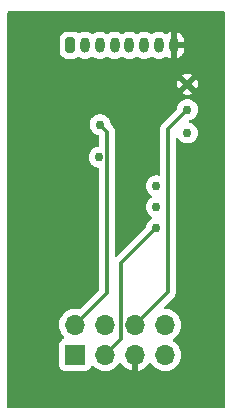
<source format=gbr>
%TF.GenerationSoftware,KiCad,Pcbnew,(6.0.7)*%
%TF.CreationDate,2023-06-01T17:44:57-07:00*%
%TF.ProjectId,connector_board,636f6e6e-6563-4746-9f72-5f626f617264,rev?*%
%TF.SameCoordinates,Original*%
%TF.FileFunction,Copper,L2,Bot*%
%TF.FilePolarity,Positive*%
%FSLAX46Y46*%
G04 Gerber Fmt 4.6, Leading zero omitted, Abs format (unit mm)*
G04 Created by KiCad (PCBNEW (6.0.7)) date 2023-06-01 17:44:57*
%MOMM*%
%LPD*%
G01*
G04 APERTURE LIST*
G04 Aperture macros list*
%AMRoundRect*
0 Rectangle with rounded corners*
0 $1 Rounding radius*
0 $2 $3 $4 $5 $6 $7 $8 $9 X,Y pos of 4 corners*
0 Add a 4 corners polygon primitive as box body*
4,1,4,$2,$3,$4,$5,$6,$7,$8,$9,$2,$3,0*
0 Add four circle primitives for the rounded corners*
1,1,$1+$1,$2,$3*
1,1,$1+$1,$4,$5*
1,1,$1+$1,$6,$7*
1,1,$1+$1,$8,$9*
0 Add four rect primitives between the rounded corners*
20,1,$1+$1,$2,$3,$4,$5,0*
20,1,$1+$1,$4,$5,$6,$7,0*
20,1,$1+$1,$6,$7,$8,$9,0*
20,1,$1+$1,$8,$9,$2,$3,0*%
G04 Aperture macros list end*
%TA.AperFunction,ComponentPad*%
%ADD10RoundRect,0.200000X-0.200000X-0.450000X0.200000X-0.450000X0.200000X0.450000X-0.200000X0.450000X0*%
%TD*%
%TA.AperFunction,ComponentPad*%
%ADD11O,0.800000X1.300000*%
%TD*%
%TA.AperFunction,ComponentPad*%
%ADD12C,0.762000*%
%TD*%
%TA.AperFunction,ComponentPad*%
%ADD13R,1.700000X1.700000*%
%TD*%
%TA.AperFunction,ComponentPad*%
%ADD14O,1.700000X1.700000*%
%TD*%
%TA.AperFunction,Conductor*%
%ADD15C,0.304800*%
%TD*%
G04 APERTURE END LIST*
D10*
%TO.P,J1,1,Pin_1*%
%TO.N,+EXT_BAT*%
X85979000Y-53975000D03*
D11*
%TO.P,J1,2,Pin_2*%
%TO.N,/HARD_RESET*%
X87229000Y-53975000D03*
%TO.P,J1,3,Pin_3*%
%TO.N,/3WB_DATA*%
X88479000Y-53975000D03*
%TO.P,J1,4,Pin_4*%
%TO.N,/3WB_ENB*%
X89729000Y-53975000D03*
%TO.P,J1,5,Pin_5*%
%TO.N,/3WB_CLK*%
X90979000Y-53975000D03*
%TO.P,J1,6,Pin_6*%
%TO.N,/RsRx*%
X92229000Y-53975000D03*
%TO.P,J1,7,Pin_7*%
%TO.N,/RsTx*%
X93479000Y-53975000D03*
%TO.P,J1,8,Pin_8*%
%TO.N,GND*%
X94729000Y-53975000D03*
%TD*%
D12*
%TO.P,TP7,1,1*%
%TO.N,/RsTx*%
X95885000Y-59436000D03*
%TD*%
%TO.P,TP5,1,1*%
%TO.N,/3WB_CLK*%
X93250000Y-65891000D03*
%TD*%
%TO.P,TP6,1,1*%
%TO.N,/RsRx*%
X95885000Y-61404000D03*
%TD*%
%TO.P,TP8,1,1*%
%TO.N,GND*%
X95885000Y-57277000D03*
%TD*%
D13*
%TO.P,J2,1,Pin_1*%
%TO.N,+EXT_BAT*%
X86380000Y-80200000D03*
D14*
%TO.P,J2,2,Pin_2*%
%TO.N,/HARD_RESET*%
X86380000Y-77660000D03*
%TO.P,J2,3,Pin_3*%
%TO.N,/3WB_DATA*%
X88920000Y-80200000D03*
%TO.P,J2,4,Pin_4*%
%TO.N,/3WB_ENB*%
X88920000Y-77660000D03*
%TO.P,J2,5,Pin_5*%
%TO.N,GND*%
X91460000Y-80200000D03*
%TO.P,J2,6,Pin_6*%
%TO.N,/RsTx*%
X91460000Y-77660000D03*
%TO.P,J2,7,Pin_7*%
%TO.N,/RsRx*%
X94000000Y-80200000D03*
%TO.P,J2,8,Pin_8*%
%TO.N,/3WB_CLK*%
X94000000Y-77660000D03*
%TD*%
D12*
%TO.P,TP3,1,1*%
%TO.N,/3WB_DATA*%
X93250000Y-69491000D03*
%TD*%
%TO.P,TP1,1,1*%
%TO.N,+EXT_BAT*%
X88426000Y-63471000D03*
%TD*%
%TO.P,TP4,1,1*%
%TO.N,/3WB_ENB*%
X93250000Y-67691000D03*
%TD*%
%TO.P,TP2,1,1*%
%TO.N,/HARD_RESET*%
X88496000Y-60699000D03*
%TD*%
D15*
%TO.N,/3WB_DATA*%
X90297000Y-78823000D02*
X88920000Y-80200000D01*
X90297000Y-72444000D02*
X90297000Y-78823000D01*
X93250000Y-69491000D02*
X90297000Y-72444000D01*
%TO.N,/RsTx*%
X94234000Y-61087000D02*
X94234000Y-74886000D01*
X95885000Y-59436000D02*
X94234000Y-61087000D01*
X94234000Y-74886000D02*
X91460000Y-77660000D01*
%TO.N,/HARD_RESET*%
X88496000Y-60699000D02*
X89086400Y-61289400D01*
X89086400Y-61289400D02*
X89086400Y-74953600D01*
X89086400Y-74953600D02*
X86380000Y-77660000D01*
%TD*%
%TA.AperFunction,Conductor*%
%TO.N,GND*%
G36*
X99033621Y-51128502D02*
G01*
X99080114Y-51182158D01*
X99091500Y-51234500D01*
X99091500Y-84582500D01*
X99071498Y-84650621D01*
X99017842Y-84697114D01*
X98965500Y-84708500D01*
X80771500Y-84708500D01*
X80703379Y-84688498D01*
X80656886Y-84634842D01*
X80645500Y-84582500D01*
X80645500Y-77626695D01*
X85017251Y-77626695D01*
X85017548Y-77631848D01*
X85017548Y-77631851D01*
X85023011Y-77726590D01*
X85030110Y-77849715D01*
X85031247Y-77854761D01*
X85031248Y-77854767D01*
X85051119Y-77942939D01*
X85079222Y-78067639D01*
X85163266Y-78274616D01*
X85214019Y-78357438D01*
X85277291Y-78460688D01*
X85279987Y-78465088D01*
X85426250Y-78633938D01*
X85430230Y-78637242D01*
X85434981Y-78641187D01*
X85474616Y-78700090D01*
X85476113Y-78771071D01*
X85438997Y-78831593D01*
X85398725Y-78856112D01*
X85310095Y-78889338D01*
X85283295Y-78899385D01*
X85166739Y-78986739D01*
X85079385Y-79103295D01*
X85028255Y-79239684D01*
X85021500Y-79301866D01*
X85021500Y-81098134D01*
X85028255Y-81160316D01*
X85079385Y-81296705D01*
X85166739Y-81413261D01*
X85283295Y-81500615D01*
X85419684Y-81551745D01*
X85481866Y-81558500D01*
X87278134Y-81558500D01*
X87340316Y-81551745D01*
X87476705Y-81500615D01*
X87593261Y-81413261D01*
X87680615Y-81296705D01*
X87702799Y-81237529D01*
X87724598Y-81179382D01*
X87767240Y-81122618D01*
X87833802Y-81097918D01*
X87903150Y-81113126D01*
X87937817Y-81141114D01*
X87966250Y-81173938D01*
X88138126Y-81316632D01*
X88331000Y-81429338D01*
X88539692Y-81509030D01*
X88544760Y-81510061D01*
X88544763Y-81510062D01*
X88639862Y-81529410D01*
X88758597Y-81553567D01*
X88763772Y-81553757D01*
X88763774Y-81553757D01*
X88976673Y-81561564D01*
X88976677Y-81561564D01*
X88981837Y-81561753D01*
X88986957Y-81561097D01*
X88986959Y-81561097D01*
X89198288Y-81534025D01*
X89198289Y-81534025D01*
X89203416Y-81533368D01*
X89208366Y-81531883D01*
X89412429Y-81470661D01*
X89412434Y-81470659D01*
X89417384Y-81469174D01*
X89617994Y-81370896D01*
X89799860Y-81241173D01*
X89958096Y-81083489D01*
X90088453Y-80902077D01*
X90089640Y-80902930D01*
X90136960Y-80859362D01*
X90206897Y-80847145D01*
X90272338Y-80874678D01*
X90300166Y-80906511D01*
X90357694Y-81000388D01*
X90363777Y-81008699D01*
X90503213Y-81169667D01*
X90510580Y-81176883D01*
X90674434Y-81312916D01*
X90682881Y-81318831D01*
X90866756Y-81426279D01*
X90876042Y-81430729D01*
X91075001Y-81506703D01*
X91084899Y-81509579D01*
X91188250Y-81530606D01*
X91202299Y-81529410D01*
X91206000Y-81519065D01*
X91206000Y-80072000D01*
X91226002Y-80003879D01*
X91279658Y-79957386D01*
X91332000Y-79946000D01*
X91588000Y-79946000D01*
X91656121Y-79966002D01*
X91702614Y-80019658D01*
X91714000Y-80072000D01*
X91714000Y-81518517D01*
X91718064Y-81532359D01*
X91731478Y-81534393D01*
X91738184Y-81533534D01*
X91748262Y-81531392D01*
X91952255Y-81470191D01*
X91961842Y-81466433D01*
X92153095Y-81372739D01*
X92161945Y-81367464D01*
X92335328Y-81243792D01*
X92343200Y-81237139D01*
X92494052Y-81086812D01*
X92500730Y-81078965D01*
X92628022Y-80901819D01*
X92629279Y-80902722D01*
X92676373Y-80859362D01*
X92746311Y-80847145D01*
X92811751Y-80874678D01*
X92839579Y-80906511D01*
X92899987Y-81005088D01*
X93046250Y-81173938D01*
X93218126Y-81316632D01*
X93411000Y-81429338D01*
X93619692Y-81509030D01*
X93624760Y-81510061D01*
X93624763Y-81510062D01*
X93719862Y-81529410D01*
X93838597Y-81553567D01*
X93843772Y-81553757D01*
X93843774Y-81553757D01*
X94056673Y-81561564D01*
X94056677Y-81561564D01*
X94061837Y-81561753D01*
X94066957Y-81561097D01*
X94066959Y-81561097D01*
X94278288Y-81534025D01*
X94278289Y-81534025D01*
X94283416Y-81533368D01*
X94288366Y-81531883D01*
X94492429Y-81470661D01*
X94492434Y-81470659D01*
X94497384Y-81469174D01*
X94697994Y-81370896D01*
X94879860Y-81241173D01*
X95038096Y-81083489D01*
X95168453Y-80902077D01*
X95181995Y-80874678D01*
X95265136Y-80706453D01*
X95265137Y-80706451D01*
X95267430Y-80701811D01*
X95332370Y-80488069D01*
X95361529Y-80266590D01*
X95363156Y-80200000D01*
X95344852Y-79977361D01*
X95290431Y-79760702D01*
X95201354Y-79555840D01*
X95080014Y-79368277D01*
X94929670Y-79203051D01*
X94925619Y-79199852D01*
X94925615Y-79199848D01*
X94758414Y-79067800D01*
X94758410Y-79067798D01*
X94754359Y-79064598D01*
X94713053Y-79041796D01*
X94663084Y-78991364D01*
X94648312Y-78921921D01*
X94673428Y-78855516D01*
X94700780Y-78828909D01*
X94744603Y-78797650D01*
X94879860Y-78701173D01*
X95038096Y-78543489D01*
X95097594Y-78460689D01*
X95165435Y-78366277D01*
X95168453Y-78362077D01*
X95189320Y-78319857D01*
X95265136Y-78166453D01*
X95265137Y-78166451D01*
X95267430Y-78161811D01*
X95332370Y-77948069D01*
X95361529Y-77726590D01*
X95363156Y-77660000D01*
X95344852Y-77437361D01*
X95290431Y-77220702D01*
X95201354Y-77015840D01*
X95080014Y-76828277D01*
X94929670Y-76663051D01*
X94925619Y-76659852D01*
X94925615Y-76659848D01*
X94758414Y-76527800D01*
X94758410Y-76527798D01*
X94754359Y-76524598D01*
X94558789Y-76416638D01*
X94553920Y-76414914D01*
X94553916Y-76414912D01*
X94353087Y-76343795D01*
X94353083Y-76343794D01*
X94348212Y-76342069D01*
X94343119Y-76341162D01*
X94343116Y-76341161D01*
X94133373Y-76303800D01*
X94133367Y-76303799D01*
X94128284Y-76302894D01*
X94105298Y-76302613D01*
X94055293Y-76302002D01*
X93987422Y-76281169D01*
X93941588Y-76226949D01*
X93932344Y-76156557D01*
X93962624Y-76092341D01*
X93967738Y-76086916D01*
X94682047Y-75372607D01*
X94688313Y-75366753D01*
X94723027Y-75336470D01*
X94728752Y-75331476D01*
X94733117Y-75325265D01*
X94733120Y-75325262D01*
X94762897Y-75282893D01*
X94766830Y-75277598D01*
X94767182Y-75277149D01*
X94803462Y-75230879D01*
X94806589Y-75223954D01*
X94810330Y-75217777D01*
X94812942Y-75213198D01*
X94816362Y-75206820D01*
X94820731Y-75200603D01*
X94842297Y-75145289D01*
X94844850Y-75139214D01*
X94866163Y-75092011D01*
X94869289Y-75085088D01*
X94870674Y-75077616D01*
X94872827Y-75070745D01*
X94874290Y-75065609D01*
X94876078Y-75058645D01*
X94878838Y-75051566D01*
X94886587Y-74992700D01*
X94887618Y-74986189D01*
X94897056Y-74935268D01*
X94898440Y-74927803D01*
X94895109Y-74870032D01*
X94894900Y-74862780D01*
X94894900Y-61938335D01*
X94914902Y-61870214D01*
X94968558Y-61823721D01*
X95038832Y-61813617D01*
X95103412Y-61843111D01*
X95130019Y-61875335D01*
X95158112Y-61923995D01*
X95158115Y-61923999D01*
X95161415Y-61929715D01*
X95286530Y-62068669D01*
X95437800Y-62178573D01*
X95443828Y-62181257D01*
X95443830Y-62181258D01*
X95602584Y-62251940D01*
X95608615Y-62254625D01*
X95700063Y-62274063D01*
X95785053Y-62292128D01*
X95785057Y-62292128D01*
X95791510Y-62293500D01*
X95978490Y-62293500D01*
X95984943Y-62292128D01*
X95984947Y-62292128D01*
X96069937Y-62274063D01*
X96161385Y-62254625D01*
X96167416Y-62251940D01*
X96326170Y-62181258D01*
X96326172Y-62181257D01*
X96332200Y-62178573D01*
X96483470Y-62068669D01*
X96608585Y-61929715D01*
X96658586Y-61843111D01*
X96698771Y-61773508D01*
X96698772Y-61773507D01*
X96702075Y-61767785D01*
X96726139Y-61693722D01*
X96757815Y-61596235D01*
X96757815Y-61596234D01*
X96759855Y-61589956D01*
X96772088Y-61473573D01*
X96778710Y-61410565D01*
X96779400Y-61404000D01*
X96759855Y-61218044D01*
X96702075Y-61040215D01*
X96620017Y-60898085D01*
X96611888Y-60884006D01*
X96608585Y-60878285D01*
X96483470Y-60739331D01*
X96348850Y-60641524D01*
X96337542Y-60633308D01*
X96337541Y-60633307D01*
X96332200Y-60629427D01*
X96326172Y-60626743D01*
X96326170Y-60626742D01*
X96167416Y-60556060D01*
X96167414Y-60556060D01*
X96161385Y-60553375D01*
X96113736Y-60543247D01*
X96051263Y-60509519D01*
X96016941Y-60447369D01*
X96021669Y-60376530D01*
X96063945Y-60319493D01*
X96113736Y-60296753D01*
X96116349Y-60296198D01*
X96161385Y-60286625D01*
X96167416Y-60283940D01*
X96326170Y-60213258D01*
X96326172Y-60213257D01*
X96332200Y-60210573D01*
X96483470Y-60100669D01*
X96538787Y-60039234D01*
X96604166Y-59966623D01*
X96604167Y-59966622D01*
X96608585Y-59961715D01*
X96631663Y-59921742D01*
X96698771Y-59805508D01*
X96698772Y-59805507D01*
X96702075Y-59799785D01*
X96759855Y-59621956D01*
X96779400Y-59436000D01*
X96759855Y-59250044D01*
X96702075Y-59072215D01*
X96608585Y-58910285D01*
X96483470Y-58771331D01*
X96332200Y-58661427D01*
X96326172Y-58658743D01*
X96326170Y-58658742D01*
X96167416Y-58588060D01*
X96167414Y-58588060D01*
X96161385Y-58585375D01*
X96069937Y-58565937D01*
X95984947Y-58547872D01*
X95984943Y-58547872D01*
X95978490Y-58546500D01*
X95791510Y-58546500D01*
X95785057Y-58547872D01*
X95785053Y-58547872D01*
X95700063Y-58565937D01*
X95608615Y-58585375D01*
X95602586Y-58588060D01*
X95602584Y-58588060D01*
X95443830Y-58658742D01*
X95443828Y-58658743D01*
X95437800Y-58661427D01*
X95286530Y-58771331D01*
X95161415Y-58910285D01*
X95067925Y-59072215D01*
X95010145Y-59250044D01*
X95009455Y-59256608D01*
X95009455Y-59256609D01*
X94999992Y-59346645D01*
X94972979Y-59412302D01*
X94963777Y-59422570D01*
X93785961Y-60600386D01*
X93779696Y-60606239D01*
X93739248Y-60641524D01*
X93708292Y-60685570D01*
X93705109Y-60690099D01*
X93701177Y-60695393D01*
X93664537Y-60742121D01*
X93661411Y-60749045D01*
X93657698Y-60755176D01*
X93655062Y-60759796D01*
X93651640Y-60766178D01*
X93647269Y-60772397D01*
X93644509Y-60779476D01*
X93625702Y-60827713D01*
X93623146Y-60833792D01*
X93598711Y-60887912D01*
X93597325Y-60895388D01*
X93595170Y-60902266D01*
X93593710Y-60907391D01*
X93591922Y-60914355D01*
X93589162Y-60921434D01*
X93588170Y-60928966D01*
X93588170Y-60928968D01*
X93581414Y-60980292D01*
X93580384Y-60986798D01*
X93569560Y-61045197D01*
X93569997Y-61052777D01*
X93569997Y-61052778D01*
X93572891Y-61102967D01*
X93573100Y-61110220D01*
X93573100Y-64894707D01*
X93553098Y-64962828D01*
X93499442Y-65009321D01*
X93429168Y-65019425D01*
X93420904Y-65017954D01*
X93361004Y-65005223D01*
X93343490Y-65001500D01*
X93156510Y-65001500D01*
X93150057Y-65002872D01*
X93150053Y-65002872D01*
X93079099Y-65017954D01*
X92973615Y-65040375D01*
X92967586Y-65043060D01*
X92967584Y-65043060D01*
X92808830Y-65113742D01*
X92808828Y-65113743D01*
X92802800Y-65116427D01*
X92651530Y-65226331D01*
X92526415Y-65365285D01*
X92432925Y-65527215D01*
X92375145Y-65705044D01*
X92355600Y-65891000D01*
X92375145Y-66076956D01*
X92432925Y-66254785D01*
X92526415Y-66416715D01*
X92651530Y-66555669D01*
X92802800Y-66665573D01*
X92808828Y-66668257D01*
X92808830Y-66668258D01*
X92825979Y-66675893D01*
X92880075Y-66721873D01*
X92900724Y-66789801D01*
X92881372Y-66858109D01*
X92825979Y-66906107D01*
X92808830Y-66913742D01*
X92808828Y-66913743D01*
X92802800Y-66916427D01*
X92651530Y-67026331D01*
X92526415Y-67165285D01*
X92432925Y-67327215D01*
X92375145Y-67505044D01*
X92355600Y-67691000D01*
X92375145Y-67876956D01*
X92432925Y-68054785D01*
X92526415Y-68216715D01*
X92651530Y-68355669D01*
X92802800Y-68465573D01*
X92808828Y-68468257D01*
X92808830Y-68468258D01*
X92825979Y-68475893D01*
X92880075Y-68521873D01*
X92900724Y-68589801D01*
X92881372Y-68658109D01*
X92825979Y-68706107D01*
X92808830Y-68713742D01*
X92808828Y-68713743D01*
X92802800Y-68716427D01*
X92651530Y-68826331D01*
X92526415Y-68965285D01*
X92432925Y-69127215D01*
X92375145Y-69305044D01*
X92374455Y-69311609D01*
X92364992Y-69401645D01*
X92337979Y-69467302D01*
X92328777Y-69477570D01*
X89962395Y-71843952D01*
X89900083Y-71877978D01*
X89829268Y-71872913D01*
X89772432Y-71830366D01*
X89747621Y-71763846D01*
X89747300Y-71754857D01*
X89747300Y-61316667D01*
X89747592Y-61308097D01*
X89750726Y-61262133D01*
X89750726Y-61262129D01*
X89751242Y-61254557D01*
X89741030Y-61196047D01*
X89740073Y-61189567D01*
X89732937Y-61130595D01*
X89730251Y-61123487D01*
X89728535Y-61116501D01*
X89727133Y-61111375D01*
X89725047Y-61104465D01*
X89723740Y-61096977D01*
X89708730Y-61062785D01*
X89699880Y-61042623D01*
X89697387Y-61036515D01*
X89679078Y-60988062D01*
X89676394Y-60980959D01*
X89672093Y-60974701D01*
X89668785Y-60968373D01*
X89666132Y-60963608D01*
X89662495Y-60957459D01*
X89659442Y-60950504D01*
X89623289Y-60903389D01*
X89619436Y-60898085D01*
X89590094Y-60855392D01*
X89590092Y-60855389D01*
X89585789Y-60849129D01*
X89542571Y-60810623D01*
X89537296Y-60805643D01*
X89417223Y-60685570D01*
X89383197Y-60623258D01*
X89381008Y-60609645D01*
X89371545Y-60519609D01*
X89371545Y-60519608D01*
X89370855Y-60513044D01*
X89313075Y-60335215D01*
X89283472Y-60283940D01*
X89222888Y-60179006D01*
X89219585Y-60173285D01*
X89154201Y-60100669D01*
X89098885Y-60039234D01*
X89098883Y-60039233D01*
X89094470Y-60034331D01*
X88943200Y-59924427D01*
X88937172Y-59921743D01*
X88937170Y-59921742D01*
X88778416Y-59851060D01*
X88778414Y-59851060D01*
X88772385Y-59848375D01*
X88680938Y-59828938D01*
X88595947Y-59810872D01*
X88595943Y-59810872D01*
X88589490Y-59809500D01*
X88402510Y-59809500D01*
X88396057Y-59810872D01*
X88396053Y-59810872D01*
X88311062Y-59828938D01*
X88219615Y-59848375D01*
X88213586Y-59851060D01*
X88213584Y-59851060D01*
X88054830Y-59921742D01*
X88054828Y-59921743D01*
X88048800Y-59924427D01*
X87897530Y-60034331D01*
X87893117Y-60039233D01*
X87893115Y-60039234D01*
X87837799Y-60100669D01*
X87772415Y-60173285D01*
X87769112Y-60179006D01*
X87708529Y-60283940D01*
X87678925Y-60335215D01*
X87621145Y-60513044D01*
X87620455Y-60519607D01*
X87620455Y-60519608D01*
X87608505Y-60633308D01*
X87601600Y-60699000D01*
X87602290Y-60705565D01*
X87607810Y-60758079D01*
X87621145Y-60884956D01*
X87623185Y-60891234D01*
X87623185Y-60891235D01*
X87647650Y-60966529D01*
X87678925Y-61062785D01*
X87682228Y-61068507D01*
X87682229Y-61068508D01*
X87706978Y-61111375D01*
X87772415Y-61224715D01*
X87776833Y-61229622D01*
X87776834Y-61229623D01*
X87847493Y-61308097D01*
X87897530Y-61363669D01*
X88048800Y-61473573D01*
X88054828Y-61476257D01*
X88054830Y-61476258D01*
X88213584Y-61546940D01*
X88219615Y-61549625D01*
X88226070Y-61550997D01*
X88226073Y-61550998D01*
X88325696Y-61572173D01*
X88388170Y-61605901D01*
X88422492Y-61668051D01*
X88425500Y-61695420D01*
X88425500Y-62459701D01*
X88405498Y-62527822D01*
X88351842Y-62574315D01*
X88325697Y-62582948D01*
X88288699Y-62590812D01*
X88149615Y-62620375D01*
X88143586Y-62623060D01*
X88143584Y-62623060D01*
X87984830Y-62693742D01*
X87984828Y-62693743D01*
X87978800Y-62696427D01*
X87827530Y-62806331D01*
X87702415Y-62945285D01*
X87608925Y-63107215D01*
X87551145Y-63285044D01*
X87531600Y-63471000D01*
X87551145Y-63656956D01*
X87608925Y-63834785D01*
X87702415Y-63996715D01*
X87827530Y-64135669D01*
X87978800Y-64245573D01*
X87984828Y-64248257D01*
X87984830Y-64248258D01*
X88143584Y-64318940D01*
X88149615Y-64321625D01*
X88288699Y-64351188D01*
X88325697Y-64359052D01*
X88388170Y-64392780D01*
X88422492Y-64454930D01*
X88425500Y-64482299D01*
X88425500Y-74627657D01*
X88405498Y-74695778D01*
X88388595Y-74716752D01*
X86804455Y-76300892D01*
X86742143Y-76334918D01*
X86693265Y-76335844D01*
X86645529Y-76327341D01*
X86513373Y-76303800D01*
X86513367Y-76303799D01*
X86508284Y-76302894D01*
X86434452Y-76301992D01*
X86290081Y-76300228D01*
X86290079Y-76300228D01*
X86284911Y-76300165D01*
X86064091Y-76333955D01*
X85851756Y-76403357D01*
X85822135Y-76418777D01*
X85659426Y-76503478D01*
X85653607Y-76506507D01*
X85649474Y-76509610D01*
X85649471Y-76509612D01*
X85625247Y-76527800D01*
X85474965Y-76640635D01*
X85320629Y-76802138D01*
X85194743Y-76986680D01*
X85100688Y-77189305D01*
X85040989Y-77404570D01*
X85017251Y-77626695D01*
X80645500Y-77626695D01*
X80645500Y-58060571D01*
X95466259Y-58060571D01*
X95469770Y-58065260D01*
X95602735Y-58124460D01*
X95615231Y-58128520D01*
X95785105Y-58164628D01*
X95798165Y-58166000D01*
X95971835Y-58166000D01*
X95984895Y-58164628D01*
X96154769Y-58128520D01*
X96167265Y-58124460D01*
X96293242Y-58068372D01*
X96303988Y-58059238D01*
X96302391Y-58053601D01*
X95897812Y-57649022D01*
X95883868Y-57641408D01*
X95882035Y-57641539D01*
X95875420Y-57645790D01*
X95473019Y-58048191D01*
X95466259Y-58060571D01*
X80645500Y-58060571D01*
X80645500Y-57283565D01*
X94991793Y-57283565D01*
X95009947Y-57456288D01*
X95012677Y-57469131D01*
X95066342Y-57634296D01*
X95071689Y-57646305D01*
X95093668Y-57684374D01*
X95103875Y-57694106D01*
X95111895Y-57690895D01*
X95512978Y-57289812D01*
X95519356Y-57278132D01*
X96249408Y-57278132D01*
X96249539Y-57279965D01*
X96253790Y-57286580D01*
X96654461Y-57687251D01*
X96666841Y-57694011D01*
X96673756Y-57688834D01*
X96698311Y-57646305D01*
X96703658Y-57634296D01*
X96757323Y-57469131D01*
X96760053Y-57456288D01*
X96778207Y-57283565D01*
X96778207Y-57270435D01*
X96760053Y-57097712D01*
X96757323Y-57084869D01*
X96703658Y-56919704D01*
X96698311Y-56907695D01*
X96676332Y-56869626D01*
X96666125Y-56859894D01*
X96658105Y-56863105D01*
X96257022Y-57264188D01*
X96249408Y-57278132D01*
X95519356Y-57278132D01*
X95520592Y-57275868D01*
X95520461Y-57274035D01*
X95516210Y-57267420D01*
X95115539Y-56866749D01*
X95103159Y-56859989D01*
X95096244Y-56865166D01*
X95071689Y-56907695D01*
X95066342Y-56919704D01*
X95012677Y-57084869D01*
X95009947Y-57097712D01*
X94991793Y-57270435D01*
X94991793Y-57283565D01*
X80645500Y-57283565D01*
X80645500Y-56494763D01*
X95466013Y-56494763D01*
X95467610Y-56500400D01*
X95872188Y-56904978D01*
X95886132Y-56912592D01*
X95887965Y-56912461D01*
X95894580Y-56908210D01*
X96296981Y-56505809D01*
X96303741Y-56493429D01*
X96300230Y-56488740D01*
X96167265Y-56429540D01*
X96154769Y-56425480D01*
X95984895Y-56389372D01*
X95971835Y-56388000D01*
X95798165Y-56388000D01*
X95785105Y-56389372D01*
X95615228Y-56425481D01*
X95602740Y-56429538D01*
X95476758Y-56485630D01*
X95466013Y-56494763D01*
X80645500Y-56494763D01*
X80645500Y-53468365D01*
X85070500Y-53468365D01*
X85070501Y-54481634D01*
X85077247Y-54555062D01*
X85079246Y-54561440D01*
X85079246Y-54561441D01*
X85090251Y-54596556D01*
X85128528Y-54718699D01*
X85217361Y-54865381D01*
X85338619Y-54986639D01*
X85485301Y-55075472D01*
X85492548Y-55077743D01*
X85492550Y-55077744D01*
X85535198Y-55091109D01*
X85648938Y-55126753D01*
X85722365Y-55133500D01*
X85725263Y-55133500D01*
X85979665Y-55133499D01*
X86235634Y-55133499D01*
X86238492Y-55133236D01*
X86238501Y-55133236D01*
X86274004Y-55129974D01*
X86309062Y-55126753D01*
X86315447Y-55124752D01*
X86465450Y-55077744D01*
X86465452Y-55077743D01*
X86472699Y-55075472D01*
X86609018Y-54992915D01*
X86677648Y-54974736D01*
X86748350Y-54998755D01*
X86766308Y-55011802D01*
X86772248Y-55016118D01*
X86778276Y-55018802D01*
X86778278Y-55018803D01*
X86925844Y-55084503D01*
X86946712Y-55093794D01*
X87040112Y-55113647D01*
X87127056Y-55132128D01*
X87127061Y-55132128D01*
X87133513Y-55133500D01*
X87324487Y-55133500D01*
X87330939Y-55132128D01*
X87330944Y-55132128D01*
X87417888Y-55113647D01*
X87511288Y-55093794D01*
X87532156Y-55084503D01*
X87679722Y-55018803D01*
X87679724Y-55018802D01*
X87685752Y-55016118D01*
X87691693Y-55011802D01*
X87779939Y-54947687D01*
X87846807Y-54923828D01*
X87915958Y-54939909D01*
X87928061Y-54947687D01*
X88016308Y-55011802D01*
X88022248Y-55016118D01*
X88028276Y-55018802D01*
X88028278Y-55018803D01*
X88175844Y-55084503D01*
X88196712Y-55093794D01*
X88290112Y-55113647D01*
X88377056Y-55132128D01*
X88377061Y-55132128D01*
X88383513Y-55133500D01*
X88574487Y-55133500D01*
X88580939Y-55132128D01*
X88580944Y-55132128D01*
X88667888Y-55113647D01*
X88761288Y-55093794D01*
X88782156Y-55084503D01*
X88929722Y-55018803D01*
X88929724Y-55018802D01*
X88935752Y-55016118D01*
X88941693Y-55011802D01*
X89029939Y-54947687D01*
X89096807Y-54923828D01*
X89165958Y-54939909D01*
X89178061Y-54947687D01*
X89266308Y-55011802D01*
X89272248Y-55016118D01*
X89278276Y-55018802D01*
X89278278Y-55018803D01*
X89425844Y-55084503D01*
X89446712Y-55093794D01*
X89540112Y-55113647D01*
X89627056Y-55132128D01*
X89627061Y-55132128D01*
X89633513Y-55133500D01*
X89824487Y-55133500D01*
X89830939Y-55132128D01*
X89830944Y-55132128D01*
X89917888Y-55113647D01*
X90011288Y-55093794D01*
X90032156Y-55084503D01*
X90179722Y-55018803D01*
X90179724Y-55018802D01*
X90185752Y-55016118D01*
X90191693Y-55011802D01*
X90279939Y-54947687D01*
X90346807Y-54923828D01*
X90415958Y-54939909D01*
X90428061Y-54947687D01*
X90516308Y-55011802D01*
X90522248Y-55016118D01*
X90528276Y-55018802D01*
X90528278Y-55018803D01*
X90675844Y-55084503D01*
X90696712Y-55093794D01*
X90790112Y-55113647D01*
X90877056Y-55132128D01*
X90877061Y-55132128D01*
X90883513Y-55133500D01*
X91074487Y-55133500D01*
X91080939Y-55132128D01*
X91080944Y-55132128D01*
X91167888Y-55113647D01*
X91261288Y-55093794D01*
X91282156Y-55084503D01*
X91429722Y-55018803D01*
X91429724Y-55018802D01*
X91435752Y-55016118D01*
X91441693Y-55011802D01*
X91529939Y-54947687D01*
X91596807Y-54923828D01*
X91665958Y-54939909D01*
X91678061Y-54947687D01*
X91766308Y-55011802D01*
X91772248Y-55016118D01*
X91778276Y-55018802D01*
X91778278Y-55018803D01*
X91925844Y-55084503D01*
X91946712Y-55093794D01*
X92040112Y-55113647D01*
X92127056Y-55132128D01*
X92127061Y-55132128D01*
X92133513Y-55133500D01*
X92324487Y-55133500D01*
X92330939Y-55132128D01*
X92330944Y-55132128D01*
X92417888Y-55113647D01*
X92511288Y-55093794D01*
X92532156Y-55084503D01*
X92679722Y-55018803D01*
X92679724Y-55018802D01*
X92685752Y-55016118D01*
X92691693Y-55011802D01*
X92779939Y-54947687D01*
X92846807Y-54923828D01*
X92915958Y-54939909D01*
X92928061Y-54947687D01*
X93016308Y-55011802D01*
X93022248Y-55016118D01*
X93028276Y-55018802D01*
X93028278Y-55018803D01*
X93175844Y-55084503D01*
X93196712Y-55093794D01*
X93290112Y-55113647D01*
X93377056Y-55132128D01*
X93377061Y-55132128D01*
X93383513Y-55133500D01*
X93574487Y-55133500D01*
X93580939Y-55132128D01*
X93580944Y-55132128D01*
X93667888Y-55113647D01*
X93761288Y-55093794D01*
X93782156Y-55084503D01*
X93929722Y-55018803D01*
X93929724Y-55018802D01*
X93935752Y-55016118D01*
X94030366Y-54947377D01*
X94097230Y-54923520D01*
X94166382Y-54939600D01*
X94178485Y-54947378D01*
X94267157Y-55011802D01*
X94278529Y-55018368D01*
X94440839Y-55090633D01*
X94453325Y-55094690D01*
X94457278Y-55095530D01*
X94471341Y-55094457D01*
X94475000Y-55084503D01*
X94475000Y-55081182D01*
X94983000Y-55081182D01*
X94986973Y-55094713D01*
X94997468Y-55096222D01*
X95004675Y-55094690D01*
X95017161Y-55090633D01*
X95179471Y-55018368D01*
X95190843Y-55011802D01*
X95334574Y-54907376D01*
X95344337Y-54898585D01*
X95463214Y-54766558D01*
X95470938Y-54755927D01*
X95559765Y-54602074D01*
X95565111Y-54590066D01*
X95620011Y-54421102D01*
X95622741Y-54408261D01*
X95636656Y-54275862D01*
X95637000Y-54269302D01*
X95637000Y-54247115D01*
X95632525Y-54231876D01*
X95631135Y-54230671D01*
X95623452Y-54229000D01*
X95001115Y-54229000D01*
X94985876Y-54233475D01*
X94984671Y-54234865D01*
X94983000Y-54242548D01*
X94983000Y-55081182D01*
X94475000Y-55081182D01*
X94475000Y-53702885D01*
X94983000Y-53702885D01*
X94987475Y-53718124D01*
X94988865Y-53719329D01*
X94996548Y-53721000D01*
X95618885Y-53721000D01*
X95634124Y-53716525D01*
X95635329Y-53715135D01*
X95637000Y-53707452D01*
X95637000Y-53680698D01*
X95636656Y-53674138D01*
X95622741Y-53541739D01*
X95620011Y-53528898D01*
X95565111Y-53359934D01*
X95559765Y-53347926D01*
X95470938Y-53194073D01*
X95463214Y-53183442D01*
X95344337Y-53051415D01*
X95334574Y-53042624D01*
X95190843Y-52938198D01*
X95179471Y-52931632D01*
X95017161Y-52859367D01*
X95004675Y-52855310D01*
X95000722Y-52854470D01*
X94986659Y-52855543D01*
X94983000Y-52865497D01*
X94983000Y-53702885D01*
X94475000Y-53702885D01*
X94475000Y-52868818D01*
X94471027Y-52855287D01*
X94460532Y-52853778D01*
X94453325Y-52855310D01*
X94440839Y-52859367D01*
X94278529Y-52931632D01*
X94267157Y-52938198D01*
X94178485Y-53002622D01*
X94111617Y-53026481D01*
X94042466Y-53010400D01*
X94030380Y-53002634D01*
X93935752Y-52933882D01*
X93929724Y-52931198D01*
X93929722Y-52931197D01*
X93767319Y-52858891D01*
X93767318Y-52858891D01*
X93761288Y-52856206D01*
X93667888Y-52836353D01*
X93580944Y-52817872D01*
X93580939Y-52817872D01*
X93574487Y-52816500D01*
X93383513Y-52816500D01*
X93377061Y-52817872D01*
X93377056Y-52817872D01*
X93290113Y-52836353D01*
X93196712Y-52856206D01*
X93190682Y-52858891D01*
X93190681Y-52858891D01*
X93028278Y-52931197D01*
X93028276Y-52931198D01*
X93022248Y-52933882D01*
X93016907Y-52937762D01*
X93016906Y-52937763D01*
X92928061Y-53002313D01*
X92861193Y-53026172D01*
X92792042Y-53010091D01*
X92779939Y-53002313D01*
X92691094Y-52937763D01*
X92691093Y-52937762D01*
X92685752Y-52933882D01*
X92679724Y-52931198D01*
X92679722Y-52931197D01*
X92517319Y-52858891D01*
X92517318Y-52858891D01*
X92511288Y-52856206D01*
X92417888Y-52836353D01*
X92330944Y-52817872D01*
X92330939Y-52817872D01*
X92324487Y-52816500D01*
X92133513Y-52816500D01*
X92127061Y-52817872D01*
X92127056Y-52817872D01*
X92040113Y-52836353D01*
X91946712Y-52856206D01*
X91940682Y-52858891D01*
X91940681Y-52858891D01*
X91778278Y-52931197D01*
X91778276Y-52931198D01*
X91772248Y-52933882D01*
X91766907Y-52937762D01*
X91766906Y-52937763D01*
X91678061Y-53002313D01*
X91611193Y-53026172D01*
X91542042Y-53010091D01*
X91529939Y-53002313D01*
X91441094Y-52937763D01*
X91441093Y-52937762D01*
X91435752Y-52933882D01*
X91429724Y-52931198D01*
X91429722Y-52931197D01*
X91267319Y-52858891D01*
X91267318Y-52858891D01*
X91261288Y-52856206D01*
X91167888Y-52836353D01*
X91080944Y-52817872D01*
X91080939Y-52817872D01*
X91074487Y-52816500D01*
X90883513Y-52816500D01*
X90877061Y-52817872D01*
X90877056Y-52817872D01*
X90790113Y-52836353D01*
X90696712Y-52856206D01*
X90690682Y-52858891D01*
X90690681Y-52858891D01*
X90528278Y-52931197D01*
X90528276Y-52931198D01*
X90522248Y-52933882D01*
X90516907Y-52937762D01*
X90516906Y-52937763D01*
X90428061Y-53002313D01*
X90361193Y-53026172D01*
X90292042Y-53010091D01*
X90279939Y-53002313D01*
X90191094Y-52937763D01*
X90191093Y-52937762D01*
X90185752Y-52933882D01*
X90179724Y-52931198D01*
X90179722Y-52931197D01*
X90017319Y-52858891D01*
X90017318Y-52858891D01*
X90011288Y-52856206D01*
X89917888Y-52836353D01*
X89830944Y-52817872D01*
X89830939Y-52817872D01*
X89824487Y-52816500D01*
X89633513Y-52816500D01*
X89627061Y-52817872D01*
X89627056Y-52817872D01*
X89540113Y-52836353D01*
X89446712Y-52856206D01*
X89440682Y-52858891D01*
X89440681Y-52858891D01*
X89278278Y-52931197D01*
X89278276Y-52931198D01*
X89272248Y-52933882D01*
X89266907Y-52937762D01*
X89266906Y-52937763D01*
X89178061Y-53002313D01*
X89111193Y-53026172D01*
X89042042Y-53010091D01*
X89029939Y-53002313D01*
X88941094Y-52937763D01*
X88941093Y-52937762D01*
X88935752Y-52933882D01*
X88929724Y-52931198D01*
X88929722Y-52931197D01*
X88767319Y-52858891D01*
X88767318Y-52858891D01*
X88761288Y-52856206D01*
X88667888Y-52836353D01*
X88580944Y-52817872D01*
X88580939Y-52817872D01*
X88574487Y-52816500D01*
X88383513Y-52816500D01*
X88377061Y-52817872D01*
X88377056Y-52817872D01*
X88290113Y-52836353D01*
X88196712Y-52856206D01*
X88190682Y-52858891D01*
X88190681Y-52858891D01*
X88028278Y-52931197D01*
X88028276Y-52931198D01*
X88022248Y-52933882D01*
X88016907Y-52937762D01*
X88016906Y-52937763D01*
X87928061Y-53002313D01*
X87861193Y-53026172D01*
X87792042Y-53010091D01*
X87779939Y-53002313D01*
X87691094Y-52937763D01*
X87691093Y-52937762D01*
X87685752Y-52933882D01*
X87679724Y-52931198D01*
X87679722Y-52931197D01*
X87517319Y-52858891D01*
X87517318Y-52858891D01*
X87511288Y-52856206D01*
X87417888Y-52836353D01*
X87330944Y-52817872D01*
X87330939Y-52817872D01*
X87324487Y-52816500D01*
X87133513Y-52816500D01*
X87127061Y-52817872D01*
X87127056Y-52817872D01*
X87040113Y-52836353D01*
X86946712Y-52856206D01*
X86940682Y-52858891D01*
X86940681Y-52858891D01*
X86778278Y-52931197D01*
X86778276Y-52931198D01*
X86772248Y-52933882D01*
X86766908Y-52937762D01*
X86766906Y-52937763D01*
X86748350Y-52951245D01*
X86681482Y-52975103D01*
X86609018Y-52957085D01*
X86599375Y-52951245D01*
X86472699Y-52874528D01*
X86465452Y-52872257D01*
X86465450Y-52872256D01*
X86399164Y-52851483D01*
X86309062Y-52823247D01*
X86235635Y-52816500D01*
X86232737Y-52816500D01*
X85978335Y-52816501D01*
X85722366Y-52816501D01*
X85719508Y-52816764D01*
X85719499Y-52816764D01*
X85683996Y-52820026D01*
X85648938Y-52823247D01*
X85642560Y-52825246D01*
X85642559Y-52825246D01*
X85492550Y-52872256D01*
X85492548Y-52872257D01*
X85485301Y-52874528D01*
X85338619Y-52963361D01*
X85217361Y-53084619D01*
X85128528Y-53231301D01*
X85077247Y-53394938D01*
X85070500Y-53468365D01*
X80645500Y-53468365D01*
X80645500Y-51234500D01*
X80665502Y-51166379D01*
X80719158Y-51119886D01*
X80771500Y-51108500D01*
X98965500Y-51108500D01*
X99033621Y-51128502D01*
G37*
%TD.AperFunction*%
%TD*%
%TA.AperFunction,Conductor*%
%TO.N,GND*%
G36*
X99033621Y-51128502D02*
G01*
X99080114Y-51182158D01*
X99091500Y-51234500D01*
X99091500Y-84582500D01*
X99071498Y-84650621D01*
X99017842Y-84697114D01*
X98965500Y-84708500D01*
X80771500Y-84708500D01*
X80703379Y-84688498D01*
X80656886Y-84634842D01*
X80645500Y-84582500D01*
X80645500Y-77626695D01*
X85017251Y-77626695D01*
X85017548Y-77631848D01*
X85017548Y-77631851D01*
X85023011Y-77726590D01*
X85030110Y-77849715D01*
X85031247Y-77854761D01*
X85031248Y-77854767D01*
X85051119Y-77942939D01*
X85079222Y-78067639D01*
X85163266Y-78274616D01*
X85214019Y-78357438D01*
X85277291Y-78460688D01*
X85279987Y-78465088D01*
X85426250Y-78633938D01*
X85430230Y-78637242D01*
X85434981Y-78641187D01*
X85474616Y-78700090D01*
X85476113Y-78771071D01*
X85438997Y-78831593D01*
X85398725Y-78856112D01*
X85310095Y-78889338D01*
X85283295Y-78899385D01*
X85166739Y-78986739D01*
X85079385Y-79103295D01*
X85028255Y-79239684D01*
X85021500Y-79301866D01*
X85021500Y-81098134D01*
X85028255Y-81160316D01*
X85079385Y-81296705D01*
X85166739Y-81413261D01*
X85283295Y-81500615D01*
X85419684Y-81551745D01*
X85481866Y-81558500D01*
X87278134Y-81558500D01*
X87340316Y-81551745D01*
X87476705Y-81500615D01*
X87593261Y-81413261D01*
X87680615Y-81296705D01*
X87702799Y-81237529D01*
X87724598Y-81179382D01*
X87767240Y-81122618D01*
X87833802Y-81097918D01*
X87903150Y-81113126D01*
X87937817Y-81141114D01*
X87966250Y-81173938D01*
X88138126Y-81316632D01*
X88331000Y-81429338D01*
X88539692Y-81509030D01*
X88544760Y-81510061D01*
X88544763Y-81510062D01*
X88639862Y-81529410D01*
X88758597Y-81553567D01*
X88763772Y-81553757D01*
X88763774Y-81553757D01*
X88976673Y-81561564D01*
X88976677Y-81561564D01*
X88981837Y-81561753D01*
X88986957Y-81561097D01*
X88986959Y-81561097D01*
X89198288Y-81534025D01*
X89198289Y-81534025D01*
X89203416Y-81533368D01*
X89208366Y-81531883D01*
X89412429Y-81470661D01*
X89412434Y-81470659D01*
X89417384Y-81469174D01*
X89617994Y-81370896D01*
X89799860Y-81241173D01*
X89958096Y-81083489D01*
X90088453Y-80902077D01*
X90089640Y-80902930D01*
X90136960Y-80859362D01*
X90206897Y-80847145D01*
X90272338Y-80874678D01*
X90300166Y-80906511D01*
X90357694Y-81000388D01*
X90363777Y-81008699D01*
X90503213Y-81169667D01*
X90510580Y-81176883D01*
X90674434Y-81312916D01*
X90682881Y-81318831D01*
X90866756Y-81426279D01*
X90876042Y-81430729D01*
X91075001Y-81506703D01*
X91084899Y-81509579D01*
X91188250Y-81530606D01*
X91202299Y-81529410D01*
X91206000Y-81519065D01*
X91206000Y-80072000D01*
X91226002Y-80003879D01*
X91279658Y-79957386D01*
X91332000Y-79946000D01*
X91588000Y-79946000D01*
X91656121Y-79966002D01*
X91702614Y-80019658D01*
X91714000Y-80072000D01*
X91714000Y-81518517D01*
X91718064Y-81532359D01*
X91731478Y-81534393D01*
X91738184Y-81533534D01*
X91748262Y-81531392D01*
X91952255Y-81470191D01*
X91961842Y-81466433D01*
X92153095Y-81372739D01*
X92161945Y-81367464D01*
X92335328Y-81243792D01*
X92343200Y-81237139D01*
X92494052Y-81086812D01*
X92500730Y-81078965D01*
X92628022Y-80901819D01*
X92629279Y-80902722D01*
X92676373Y-80859362D01*
X92746311Y-80847145D01*
X92811751Y-80874678D01*
X92839579Y-80906511D01*
X92899987Y-81005088D01*
X93046250Y-81173938D01*
X93218126Y-81316632D01*
X93411000Y-81429338D01*
X93619692Y-81509030D01*
X93624760Y-81510061D01*
X93624763Y-81510062D01*
X93719862Y-81529410D01*
X93838597Y-81553567D01*
X93843772Y-81553757D01*
X93843774Y-81553757D01*
X94056673Y-81561564D01*
X94056677Y-81561564D01*
X94061837Y-81561753D01*
X94066957Y-81561097D01*
X94066959Y-81561097D01*
X94278288Y-81534025D01*
X94278289Y-81534025D01*
X94283416Y-81533368D01*
X94288366Y-81531883D01*
X94492429Y-81470661D01*
X94492434Y-81470659D01*
X94497384Y-81469174D01*
X94697994Y-81370896D01*
X94879860Y-81241173D01*
X95038096Y-81083489D01*
X95168453Y-80902077D01*
X95181995Y-80874678D01*
X95265136Y-80706453D01*
X95265137Y-80706451D01*
X95267430Y-80701811D01*
X95332370Y-80488069D01*
X95361529Y-80266590D01*
X95363156Y-80200000D01*
X95344852Y-79977361D01*
X95290431Y-79760702D01*
X95201354Y-79555840D01*
X95080014Y-79368277D01*
X94929670Y-79203051D01*
X94925619Y-79199852D01*
X94925615Y-79199848D01*
X94758414Y-79067800D01*
X94758410Y-79067798D01*
X94754359Y-79064598D01*
X94713053Y-79041796D01*
X94663084Y-78991364D01*
X94648312Y-78921921D01*
X94673428Y-78855516D01*
X94700780Y-78828909D01*
X94744603Y-78797650D01*
X94879860Y-78701173D01*
X95038096Y-78543489D01*
X95097594Y-78460689D01*
X95165435Y-78366277D01*
X95168453Y-78362077D01*
X95189320Y-78319857D01*
X95265136Y-78166453D01*
X95265137Y-78166451D01*
X95267430Y-78161811D01*
X95332370Y-77948069D01*
X95361529Y-77726590D01*
X95363156Y-77660000D01*
X95344852Y-77437361D01*
X95290431Y-77220702D01*
X95201354Y-77015840D01*
X95080014Y-76828277D01*
X94929670Y-76663051D01*
X94925619Y-76659852D01*
X94925615Y-76659848D01*
X94758414Y-76527800D01*
X94758410Y-76527798D01*
X94754359Y-76524598D01*
X94558789Y-76416638D01*
X94553920Y-76414914D01*
X94553916Y-76414912D01*
X94353087Y-76343795D01*
X94353083Y-76343794D01*
X94348212Y-76342069D01*
X94343119Y-76341162D01*
X94343116Y-76341161D01*
X94133373Y-76303800D01*
X94133367Y-76303799D01*
X94128284Y-76302894D01*
X94105298Y-76302613D01*
X94055293Y-76302002D01*
X93987422Y-76281169D01*
X93941588Y-76226949D01*
X93932344Y-76156557D01*
X93962624Y-76092341D01*
X93967738Y-76086916D01*
X94682047Y-75372607D01*
X94688313Y-75366753D01*
X94723027Y-75336470D01*
X94728752Y-75331476D01*
X94733117Y-75325265D01*
X94733120Y-75325262D01*
X94762897Y-75282893D01*
X94766830Y-75277598D01*
X94767182Y-75277149D01*
X94803462Y-75230879D01*
X94806589Y-75223954D01*
X94810330Y-75217777D01*
X94812942Y-75213198D01*
X94816362Y-75206820D01*
X94820731Y-75200603D01*
X94842297Y-75145289D01*
X94844850Y-75139214D01*
X94866163Y-75092011D01*
X94869289Y-75085088D01*
X94870674Y-75077616D01*
X94872827Y-75070745D01*
X94874290Y-75065609D01*
X94876078Y-75058645D01*
X94878838Y-75051566D01*
X94886587Y-74992700D01*
X94887618Y-74986189D01*
X94897056Y-74935268D01*
X94898440Y-74927803D01*
X94895109Y-74870032D01*
X94894900Y-74862780D01*
X94894900Y-61938335D01*
X94914902Y-61870214D01*
X94968558Y-61823721D01*
X95038832Y-61813617D01*
X95103412Y-61843111D01*
X95130019Y-61875335D01*
X95158112Y-61923995D01*
X95158115Y-61923999D01*
X95161415Y-61929715D01*
X95286530Y-62068669D01*
X95437800Y-62178573D01*
X95443828Y-62181257D01*
X95443830Y-62181258D01*
X95602584Y-62251940D01*
X95608615Y-62254625D01*
X95700063Y-62274063D01*
X95785053Y-62292128D01*
X95785057Y-62292128D01*
X95791510Y-62293500D01*
X95978490Y-62293500D01*
X95984943Y-62292128D01*
X95984947Y-62292128D01*
X96069937Y-62274063D01*
X96161385Y-62254625D01*
X96167416Y-62251940D01*
X96326170Y-62181258D01*
X96326172Y-62181257D01*
X96332200Y-62178573D01*
X96483470Y-62068669D01*
X96608585Y-61929715D01*
X96658586Y-61843111D01*
X96698771Y-61773508D01*
X96698772Y-61773507D01*
X96702075Y-61767785D01*
X96726139Y-61693722D01*
X96757815Y-61596235D01*
X96757815Y-61596234D01*
X96759855Y-61589956D01*
X96772088Y-61473573D01*
X96778710Y-61410565D01*
X96779400Y-61404000D01*
X96759855Y-61218044D01*
X96702075Y-61040215D01*
X96620017Y-60898085D01*
X96611888Y-60884006D01*
X96608585Y-60878285D01*
X96483470Y-60739331D01*
X96348850Y-60641524D01*
X96337542Y-60633308D01*
X96337541Y-60633307D01*
X96332200Y-60629427D01*
X96326172Y-60626743D01*
X96326170Y-60626742D01*
X96167416Y-60556060D01*
X96167414Y-60556060D01*
X96161385Y-60553375D01*
X96113736Y-60543247D01*
X96051263Y-60509519D01*
X96016941Y-60447369D01*
X96021669Y-60376530D01*
X96063945Y-60319493D01*
X96113736Y-60296753D01*
X96116349Y-60296198D01*
X96161385Y-60286625D01*
X96167416Y-60283940D01*
X96326170Y-60213258D01*
X96326172Y-60213257D01*
X96332200Y-60210573D01*
X96483470Y-60100669D01*
X96538787Y-60039234D01*
X96604166Y-59966623D01*
X96604167Y-59966622D01*
X96608585Y-59961715D01*
X96631663Y-59921742D01*
X96698771Y-59805508D01*
X96698772Y-59805507D01*
X96702075Y-59799785D01*
X96759855Y-59621956D01*
X96779400Y-59436000D01*
X96759855Y-59250044D01*
X96702075Y-59072215D01*
X96608585Y-58910285D01*
X96483470Y-58771331D01*
X96332200Y-58661427D01*
X96326172Y-58658743D01*
X96326170Y-58658742D01*
X96167416Y-58588060D01*
X96167414Y-58588060D01*
X96161385Y-58585375D01*
X96069937Y-58565937D01*
X95984947Y-58547872D01*
X95984943Y-58547872D01*
X95978490Y-58546500D01*
X95791510Y-58546500D01*
X95785057Y-58547872D01*
X95785053Y-58547872D01*
X95700063Y-58565937D01*
X95608615Y-58585375D01*
X95602586Y-58588060D01*
X95602584Y-58588060D01*
X95443830Y-58658742D01*
X95443828Y-58658743D01*
X95437800Y-58661427D01*
X95286530Y-58771331D01*
X95161415Y-58910285D01*
X95067925Y-59072215D01*
X95010145Y-59250044D01*
X95009455Y-59256608D01*
X95009455Y-59256609D01*
X94999992Y-59346645D01*
X94972979Y-59412302D01*
X94963777Y-59422570D01*
X93785961Y-60600386D01*
X93779696Y-60606239D01*
X93739248Y-60641524D01*
X93708292Y-60685570D01*
X93705109Y-60690099D01*
X93701177Y-60695393D01*
X93664537Y-60742121D01*
X93661411Y-60749045D01*
X93657698Y-60755176D01*
X93655062Y-60759796D01*
X93651640Y-60766178D01*
X93647269Y-60772397D01*
X93644509Y-60779476D01*
X93625702Y-60827713D01*
X93623146Y-60833792D01*
X93598711Y-60887912D01*
X93597325Y-60895388D01*
X93595170Y-60902266D01*
X93593710Y-60907391D01*
X93591922Y-60914355D01*
X93589162Y-60921434D01*
X93588170Y-60928966D01*
X93588170Y-60928968D01*
X93581414Y-60980292D01*
X93580384Y-60986798D01*
X93569560Y-61045197D01*
X93569997Y-61052777D01*
X93569997Y-61052778D01*
X93572891Y-61102967D01*
X93573100Y-61110220D01*
X93573100Y-64894707D01*
X93553098Y-64962828D01*
X93499442Y-65009321D01*
X93429168Y-65019425D01*
X93420904Y-65017954D01*
X93361004Y-65005223D01*
X93343490Y-65001500D01*
X93156510Y-65001500D01*
X93150057Y-65002872D01*
X93150053Y-65002872D01*
X93079099Y-65017954D01*
X92973615Y-65040375D01*
X92967586Y-65043060D01*
X92967584Y-65043060D01*
X92808830Y-65113742D01*
X92808828Y-65113743D01*
X92802800Y-65116427D01*
X92651530Y-65226331D01*
X92526415Y-65365285D01*
X92432925Y-65527215D01*
X92375145Y-65705044D01*
X92355600Y-65891000D01*
X92375145Y-66076956D01*
X92432925Y-66254785D01*
X92526415Y-66416715D01*
X92651530Y-66555669D01*
X92802800Y-66665573D01*
X92808828Y-66668257D01*
X92808830Y-66668258D01*
X92825979Y-66675893D01*
X92880075Y-66721873D01*
X92900724Y-66789801D01*
X92881372Y-66858109D01*
X92825979Y-66906107D01*
X92808830Y-66913742D01*
X92808828Y-66913743D01*
X92802800Y-66916427D01*
X92651530Y-67026331D01*
X92526415Y-67165285D01*
X92432925Y-67327215D01*
X92375145Y-67505044D01*
X92355600Y-67691000D01*
X92375145Y-67876956D01*
X92432925Y-68054785D01*
X92526415Y-68216715D01*
X92651530Y-68355669D01*
X92802800Y-68465573D01*
X92808828Y-68468257D01*
X92808830Y-68468258D01*
X92825979Y-68475893D01*
X92880075Y-68521873D01*
X92900724Y-68589801D01*
X92881372Y-68658109D01*
X92825979Y-68706107D01*
X92808830Y-68713742D01*
X92808828Y-68713743D01*
X92802800Y-68716427D01*
X92651530Y-68826331D01*
X92526415Y-68965285D01*
X92432925Y-69127215D01*
X92375145Y-69305044D01*
X92374455Y-69311609D01*
X92364992Y-69401645D01*
X92337979Y-69467302D01*
X92328777Y-69477570D01*
X89962395Y-71843952D01*
X89900083Y-71877978D01*
X89829268Y-71872913D01*
X89772432Y-71830366D01*
X89747621Y-71763846D01*
X89747300Y-71754857D01*
X89747300Y-61316667D01*
X89747592Y-61308097D01*
X89750726Y-61262133D01*
X89750726Y-61262129D01*
X89751242Y-61254557D01*
X89741030Y-61196047D01*
X89740073Y-61189567D01*
X89732937Y-61130595D01*
X89730251Y-61123487D01*
X89728535Y-61116501D01*
X89727133Y-61111375D01*
X89725047Y-61104465D01*
X89723740Y-61096977D01*
X89708730Y-61062785D01*
X89699880Y-61042623D01*
X89697387Y-61036515D01*
X89679078Y-60988062D01*
X89676394Y-60980959D01*
X89672093Y-60974701D01*
X89668785Y-60968373D01*
X89666132Y-60963608D01*
X89662495Y-60957459D01*
X89659442Y-60950504D01*
X89623289Y-60903389D01*
X89619436Y-60898085D01*
X89590094Y-60855392D01*
X89590092Y-60855389D01*
X89585789Y-60849129D01*
X89542571Y-60810623D01*
X89537296Y-60805643D01*
X89417223Y-60685570D01*
X89383197Y-60623258D01*
X89381008Y-60609645D01*
X89371545Y-60519609D01*
X89371545Y-60519608D01*
X89370855Y-60513044D01*
X89313075Y-60335215D01*
X89283472Y-60283940D01*
X89222888Y-60179006D01*
X89219585Y-60173285D01*
X89154201Y-60100669D01*
X89098885Y-60039234D01*
X89098883Y-60039233D01*
X89094470Y-60034331D01*
X88943200Y-59924427D01*
X88937172Y-59921743D01*
X88937170Y-59921742D01*
X88778416Y-59851060D01*
X88778414Y-59851060D01*
X88772385Y-59848375D01*
X88680938Y-59828938D01*
X88595947Y-59810872D01*
X88595943Y-59810872D01*
X88589490Y-59809500D01*
X88402510Y-59809500D01*
X88396057Y-59810872D01*
X88396053Y-59810872D01*
X88311062Y-59828938D01*
X88219615Y-59848375D01*
X88213586Y-59851060D01*
X88213584Y-59851060D01*
X88054830Y-59921742D01*
X88054828Y-59921743D01*
X88048800Y-59924427D01*
X87897530Y-60034331D01*
X87893117Y-60039233D01*
X87893115Y-60039234D01*
X87837799Y-60100669D01*
X87772415Y-60173285D01*
X87769112Y-60179006D01*
X87708529Y-60283940D01*
X87678925Y-60335215D01*
X87621145Y-60513044D01*
X87620455Y-60519607D01*
X87620455Y-60519608D01*
X87608505Y-60633308D01*
X87601600Y-60699000D01*
X87602290Y-60705565D01*
X87607810Y-60758079D01*
X87621145Y-60884956D01*
X87623185Y-60891234D01*
X87623185Y-60891235D01*
X87647650Y-60966529D01*
X87678925Y-61062785D01*
X87682228Y-61068507D01*
X87682229Y-61068508D01*
X87706978Y-61111375D01*
X87772415Y-61224715D01*
X87776833Y-61229622D01*
X87776834Y-61229623D01*
X87847493Y-61308097D01*
X87897530Y-61363669D01*
X88048800Y-61473573D01*
X88054828Y-61476257D01*
X88054830Y-61476258D01*
X88213584Y-61546940D01*
X88219615Y-61549625D01*
X88226070Y-61550997D01*
X88226073Y-61550998D01*
X88325696Y-61572173D01*
X88388170Y-61605901D01*
X88422492Y-61668051D01*
X88425500Y-61695420D01*
X88425500Y-62459701D01*
X88405498Y-62527822D01*
X88351842Y-62574315D01*
X88325697Y-62582948D01*
X88288699Y-62590812D01*
X88149615Y-62620375D01*
X88143586Y-62623060D01*
X88143584Y-62623060D01*
X87984830Y-62693742D01*
X87984828Y-62693743D01*
X87978800Y-62696427D01*
X87827530Y-62806331D01*
X87702415Y-62945285D01*
X87608925Y-63107215D01*
X87551145Y-63285044D01*
X87531600Y-63471000D01*
X87551145Y-63656956D01*
X87608925Y-63834785D01*
X87702415Y-63996715D01*
X87827530Y-64135669D01*
X87978800Y-64245573D01*
X87984828Y-64248257D01*
X87984830Y-64248258D01*
X88143584Y-64318940D01*
X88149615Y-64321625D01*
X88288699Y-64351188D01*
X88325697Y-64359052D01*
X88388170Y-64392780D01*
X88422492Y-64454930D01*
X88425500Y-64482299D01*
X88425500Y-74627657D01*
X88405498Y-74695778D01*
X88388595Y-74716752D01*
X86804455Y-76300892D01*
X86742143Y-76334918D01*
X86693265Y-76335844D01*
X86645529Y-76327341D01*
X86513373Y-76303800D01*
X86513367Y-76303799D01*
X86508284Y-76302894D01*
X86434452Y-76301992D01*
X86290081Y-76300228D01*
X86290079Y-76300228D01*
X86284911Y-76300165D01*
X86064091Y-76333955D01*
X85851756Y-76403357D01*
X85822135Y-76418777D01*
X85659426Y-76503478D01*
X85653607Y-76506507D01*
X85649474Y-76509610D01*
X85649471Y-76509612D01*
X85625247Y-76527800D01*
X85474965Y-76640635D01*
X85320629Y-76802138D01*
X85194743Y-76986680D01*
X85100688Y-77189305D01*
X85040989Y-77404570D01*
X85017251Y-77626695D01*
X80645500Y-77626695D01*
X80645500Y-58060571D01*
X95466259Y-58060571D01*
X95469770Y-58065260D01*
X95602735Y-58124460D01*
X95615231Y-58128520D01*
X95785105Y-58164628D01*
X95798165Y-58166000D01*
X95971835Y-58166000D01*
X95984895Y-58164628D01*
X96154769Y-58128520D01*
X96167265Y-58124460D01*
X96293242Y-58068372D01*
X96303988Y-58059238D01*
X96302391Y-58053601D01*
X95897812Y-57649022D01*
X95883868Y-57641408D01*
X95882035Y-57641539D01*
X95875420Y-57645790D01*
X95473019Y-58048191D01*
X95466259Y-58060571D01*
X80645500Y-58060571D01*
X80645500Y-57283565D01*
X94991793Y-57283565D01*
X95009947Y-57456288D01*
X95012677Y-57469131D01*
X95066342Y-57634296D01*
X95071689Y-57646305D01*
X95093668Y-57684374D01*
X95103875Y-57694106D01*
X95111895Y-57690895D01*
X95512978Y-57289812D01*
X95519356Y-57278132D01*
X96249408Y-57278132D01*
X96249539Y-57279965D01*
X96253790Y-57286580D01*
X96654461Y-57687251D01*
X96666841Y-57694011D01*
X96673756Y-57688834D01*
X96698311Y-57646305D01*
X96703658Y-57634296D01*
X96757323Y-57469131D01*
X96760053Y-57456288D01*
X96778207Y-57283565D01*
X96778207Y-57270435D01*
X96760053Y-57097712D01*
X96757323Y-57084869D01*
X96703658Y-56919704D01*
X96698311Y-56907695D01*
X96676332Y-56869626D01*
X96666125Y-56859894D01*
X96658105Y-56863105D01*
X96257022Y-57264188D01*
X96249408Y-57278132D01*
X95519356Y-57278132D01*
X95520592Y-57275868D01*
X95520461Y-57274035D01*
X95516210Y-57267420D01*
X95115539Y-56866749D01*
X95103159Y-56859989D01*
X95096244Y-56865166D01*
X95071689Y-56907695D01*
X95066342Y-56919704D01*
X95012677Y-57084869D01*
X95009947Y-57097712D01*
X94991793Y-57270435D01*
X94991793Y-57283565D01*
X80645500Y-57283565D01*
X80645500Y-56494763D01*
X95466013Y-56494763D01*
X95467610Y-56500400D01*
X95872188Y-56904978D01*
X95886132Y-56912592D01*
X95887965Y-56912461D01*
X95894580Y-56908210D01*
X96296981Y-56505809D01*
X96303741Y-56493429D01*
X96300230Y-56488740D01*
X96167265Y-56429540D01*
X96154769Y-56425480D01*
X95984895Y-56389372D01*
X95971835Y-56388000D01*
X95798165Y-56388000D01*
X95785105Y-56389372D01*
X95615228Y-56425481D01*
X95602740Y-56429538D01*
X95476758Y-56485630D01*
X95466013Y-56494763D01*
X80645500Y-56494763D01*
X80645500Y-53468365D01*
X85070500Y-53468365D01*
X85070501Y-54481634D01*
X85077247Y-54555062D01*
X85079246Y-54561440D01*
X85079246Y-54561441D01*
X85090251Y-54596556D01*
X85128528Y-54718699D01*
X85217361Y-54865381D01*
X85338619Y-54986639D01*
X85485301Y-55075472D01*
X85492548Y-55077743D01*
X85492550Y-55077744D01*
X85535198Y-55091109D01*
X85648938Y-55126753D01*
X85722365Y-55133500D01*
X85725263Y-55133500D01*
X85979665Y-55133499D01*
X86235634Y-55133499D01*
X86238492Y-55133236D01*
X86238501Y-55133236D01*
X86274004Y-55129974D01*
X86309062Y-55126753D01*
X86315447Y-55124752D01*
X86465450Y-55077744D01*
X86465452Y-55077743D01*
X86472699Y-55075472D01*
X86609018Y-54992915D01*
X86677648Y-54974736D01*
X86748350Y-54998755D01*
X86766308Y-55011802D01*
X86772248Y-55016118D01*
X86778276Y-55018802D01*
X86778278Y-55018803D01*
X86925844Y-55084503D01*
X86946712Y-55093794D01*
X87040112Y-55113647D01*
X87127056Y-55132128D01*
X87127061Y-55132128D01*
X87133513Y-55133500D01*
X87324487Y-55133500D01*
X87330939Y-55132128D01*
X87330944Y-55132128D01*
X87417888Y-55113647D01*
X87511288Y-55093794D01*
X87532156Y-55084503D01*
X87679722Y-55018803D01*
X87679724Y-55018802D01*
X87685752Y-55016118D01*
X87691693Y-55011802D01*
X87779939Y-54947687D01*
X87846807Y-54923828D01*
X87915958Y-54939909D01*
X87928061Y-54947687D01*
X88016308Y-55011802D01*
X88022248Y-55016118D01*
X88028276Y-55018802D01*
X88028278Y-55018803D01*
X88175844Y-55084503D01*
X88196712Y-55093794D01*
X88290112Y-55113647D01*
X88377056Y-55132128D01*
X88377061Y-55132128D01*
X88383513Y-55133500D01*
X88574487Y-55133500D01*
X88580939Y-55132128D01*
X88580944Y-55132128D01*
X88667888Y-55113647D01*
X88761288Y-55093794D01*
X88782156Y-55084503D01*
X88929722Y-55018803D01*
X88929724Y-55018802D01*
X88935752Y-55016118D01*
X88941693Y-55011802D01*
X89029939Y-54947687D01*
X89096807Y-54923828D01*
X89165958Y-54939909D01*
X89178061Y-54947687D01*
X89266308Y-55011802D01*
X89272248Y-55016118D01*
X89278276Y-55018802D01*
X89278278Y-55018803D01*
X89425844Y-55084503D01*
X89446712Y-55093794D01*
X89540112Y-55113647D01*
X89627056Y-55132128D01*
X89627061Y-55132128D01*
X89633513Y-55133500D01*
X89824487Y-55133500D01*
X89830939Y-55132128D01*
X89830944Y-55132128D01*
X89917888Y-55113647D01*
X90011288Y-55093794D01*
X90032156Y-55084503D01*
X90179722Y-55018803D01*
X90179724Y-55018802D01*
X90185752Y-55016118D01*
X90191693Y-55011802D01*
X90279939Y-54947687D01*
X90346807Y-54923828D01*
X90415958Y-54939909D01*
X90428061Y-54947687D01*
X90516308Y-55011802D01*
X90522248Y-55016118D01*
X90528276Y-55018802D01*
X90528278Y-55018803D01*
X90675844Y-55084503D01*
X90696712Y-55093794D01*
X90790112Y-55113647D01*
X90877056Y-55132128D01*
X90877061Y-55132128D01*
X90883513Y-55133500D01*
X91074487Y-55133500D01*
X91080939Y-55132128D01*
X91080944Y-55132128D01*
X91167888Y-55113647D01*
X91261288Y-55093794D01*
X91282156Y-55084503D01*
X91429722Y-55018803D01*
X91429724Y-55018802D01*
X91435752Y-55016118D01*
X91441693Y-55011802D01*
X91529939Y-54947687D01*
X91596807Y-54923828D01*
X91665958Y-54939909D01*
X91678061Y-54947687D01*
X91766308Y-55011802D01*
X91772248Y-55016118D01*
X91778276Y-55018802D01*
X91778278Y-55018803D01*
X91925844Y-55084503D01*
X91946712Y-55093794D01*
X92040112Y-55113647D01*
X92127056Y-55132128D01*
X92127061Y-55132128D01*
X92133513Y-55133500D01*
X92324487Y-55133500D01*
X92330939Y-55132128D01*
X92330944Y-55132128D01*
X92417888Y-55113647D01*
X92511288Y-55093794D01*
X92532156Y-55084503D01*
X92679722Y-55018803D01*
X92679724Y-55018802D01*
X92685752Y-55016118D01*
X92691693Y-55011802D01*
X92779939Y-54947687D01*
X92846807Y-54923828D01*
X92915958Y-54939909D01*
X92928061Y-54947687D01*
X93016308Y-55011802D01*
X93022248Y-55016118D01*
X93028276Y-55018802D01*
X93028278Y-55018803D01*
X93175844Y-55084503D01*
X93196712Y-55093794D01*
X93290112Y-55113647D01*
X93377056Y-55132128D01*
X93377061Y-55132128D01*
X93383513Y-55133500D01*
X93574487Y-55133500D01*
X93580939Y-55132128D01*
X93580944Y-55132128D01*
X93667888Y-55113647D01*
X93761288Y-55093794D01*
X93782156Y-55084503D01*
X93929722Y-55018803D01*
X93929724Y-55018802D01*
X93935752Y-55016118D01*
X94030366Y-54947377D01*
X94097230Y-54923520D01*
X94166382Y-54939600D01*
X94178485Y-54947378D01*
X94267157Y-55011802D01*
X94278529Y-55018368D01*
X94440839Y-55090633D01*
X94453325Y-55094690D01*
X94457278Y-55095530D01*
X94471341Y-55094457D01*
X94475000Y-55084503D01*
X94475000Y-55081182D01*
X94983000Y-55081182D01*
X94986973Y-55094713D01*
X94997468Y-55096222D01*
X95004675Y-55094690D01*
X95017161Y-55090633D01*
X95179471Y-55018368D01*
X95190843Y-55011802D01*
X95334574Y-54907376D01*
X95344337Y-54898585D01*
X95463214Y-54766558D01*
X95470938Y-54755927D01*
X95559765Y-54602074D01*
X95565111Y-54590066D01*
X95620011Y-54421102D01*
X95622741Y-54408261D01*
X95636656Y-54275862D01*
X95637000Y-54269302D01*
X95637000Y-54247115D01*
X95632525Y-54231876D01*
X95631135Y-54230671D01*
X95623452Y-54229000D01*
X95001115Y-54229000D01*
X94985876Y-54233475D01*
X94984671Y-54234865D01*
X94983000Y-54242548D01*
X94983000Y-55081182D01*
X94475000Y-55081182D01*
X94475000Y-53702885D01*
X94983000Y-53702885D01*
X94987475Y-53718124D01*
X94988865Y-53719329D01*
X94996548Y-53721000D01*
X95618885Y-53721000D01*
X95634124Y-53716525D01*
X95635329Y-53715135D01*
X95637000Y-53707452D01*
X95637000Y-53680698D01*
X95636656Y-53674138D01*
X95622741Y-53541739D01*
X95620011Y-53528898D01*
X95565111Y-53359934D01*
X95559765Y-53347926D01*
X95470938Y-53194073D01*
X95463214Y-53183442D01*
X95344337Y-53051415D01*
X95334574Y-53042624D01*
X95190843Y-52938198D01*
X95179471Y-52931632D01*
X95017161Y-52859367D01*
X95004675Y-52855310D01*
X95000722Y-52854470D01*
X94986659Y-52855543D01*
X94983000Y-52865497D01*
X94983000Y-53702885D01*
X94475000Y-53702885D01*
X94475000Y-52868818D01*
X94471027Y-52855287D01*
X94460532Y-52853778D01*
X94453325Y-52855310D01*
X94440839Y-52859367D01*
X94278529Y-52931632D01*
X94267157Y-52938198D01*
X94178485Y-53002622D01*
X94111617Y-53026481D01*
X94042466Y-53010400D01*
X94030380Y-53002634D01*
X93935752Y-52933882D01*
X93929724Y-52931198D01*
X93929722Y-52931197D01*
X93767319Y-52858891D01*
X93767318Y-52858891D01*
X93761288Y-52856206D01*
X93667888Y-52836353D01*
X93580944Y-52817872D01*
X93580939Y-52817872D01*
X93574487Y-52816500D01*
X93383513Y-52816500D01*
X93377061Y-52817872D01*
X93377056Y-52817872D01*
X93290113Y-52836353D01*
X93196712Y-52856206D01*
X93190682Y-52858891D01*
X93190681Y-52858891D01*
X93028278Y-52931197D01*
X93028276Y-52931198D01*
X93022248Y-52933882D01*
X93016907Y-52937762D01*
X93016906Y-52937763D01*
X92928061Y-53002313D01*
X92861193Y-53026172D01*
X92792042Y-53010091D01*
X92779939Y-53002313D01*
X92691094Y-52937763D01*
X92691093Y-52937762D01*
X92685752Y-52933882D01*
X92679724Y-52931198D01*
X92679722Y-52931197D01*
X92517319Y-52858891D01*
X92517318Y-52858891D01*
X92511288Y-52856206D01*
X92417888Y-52836353D01*
X92330944Y-52817872D01*
X92330939Y-52817872D01*
X92324487Y-52816500D01*
X92133513Y-52816500D01*
X92127061Y-52817872D01*
X92127056Y-52817872D01*
X92040113Y-52836353D01*
X91946712Y-52856206D01*
X91940682Y-52858891D01*
X91940681Y-52858891D01*
X91778278Y-52931197D01*
X91778276Y-52931198D01*
X91772248Y-52933882D01*
X91766907Y-52937762D01*
X91766906Y-52937763D01*
X91678061Y-53002313D01*
X91611193Y-53026172D01*
X91542042Y-53010091D01*
X91529939Y-53002313D01*
X91441094Y-52937763D01*
X91441093Y-52937762D01*
X91435752Y-52933882D01*
X91429724Y-52931198D01*
X91429722Y-52931197D01*
X91267319Y-52858891D01*
X91267318Y-52858891D01*
X91261288Y-52856206D01*
X91167888Y-52836353D01*
X91080944Y-52817872D01*
X91080939Y-52817872D01*
X91074487Y-52816500D01*
X90883513Y-52816500D01*
X90877061Y-52817872D01*
X90877056Y-52817872D01*
X90790113Y-52836353D01*
X90696712Y-52856206D01*
X90690682Y-52858891D01*
X90690681Y-52858891D01*
X90528278Y-52931197D01*
X90528276Y-52931198D01*
X90522248Y-52933882D01*
X90516907Y-52937762D01*
X90516906Y-52937763D01*
X90428061Y-53002313D01*
X90361193Y-53026172D01*
X90292042Y-53010091D01*
X90279939Y-53002313D01*
X90191094Y-52937763D01*
X90191093Y-52937762D01*
X90185752Y-52933882D01*
X90179724Y-52931198D01*
X90179722Y-52931197D01*
X90017319Y-52858891D01*
X90017318Y-52858891D01*
X90011288Y-52856206D01*
X89917888Y-52836353D01*
X89830944Y-52817872D01*
X89830939Y-52817872D01*
X89824487Y-52816500D01*
X89633513Y-52816500D01*
X89627061Y-52817872D01*
X89627056Y-52817872D01*
X89540113Y-52836353D01*
X89446712Y-52856206D01*
X89440682Y-52858891D01*
X89440681Y-52858891D01*
X89278278Y-52931197D01*
X89278276Y-52931198D01*
X89272248Y-52933882D01*
X89266907Y-52937762D01*
X89266906Y-52937763D01*
X89178061Y-53002313D01*
X89111193Y-53026172D01*
X89042042Y-53010091D01*
X89029939Y-53002313D01*
X88941094Y-52937763D01*
X88941093Y-52937762D01*
X88935752Y-52933882D01*
X88929724Y-52931198D01*
X88929722Y-52931197D01*
X88767319Y-52858891D01*
X88767318Y-52858891D01*
X88761288Y-52856206D01*
X88667888Y-52836353D01*
X88580944Y-52817872D01*
X88580939Y-52817872D01*
X88574487Y-52816500D01*
X88383513Y-52816500D01*
X88377061Y-52817872D01*
X88377056Y-52817872D01*
X88290113Y-52836353D01*
X88196712Y-52856206D01*
X88190682Y-52858891D01*
X88190681Y-52858891D01*
X88028278Y-52931197D01*
X88028276Y-52931198D01*
X88022248Y-52933882D01*
X88016907Y-52937762D01*
X88016906Y-52937763D01*
X87928061Y-53002313D01*
X87861193Y-53026172D01*
X87792042Y-53010091D01*
X87779939Y-53002313D01*
X87691094Y-52937763D01*
X87691093Y-52937762D01*
X87685752Y-52933882D01*
X87679724Y-52931198D01*
X87679722Y-52931197D01*
X87517319Y-52858891D01*
X87517318Y-52858891D01*
X87511288Y-52856206D01*
X87417888Y-52836353D01*
X87330944Y-52817872D01*
X87330939Y-52817872D01*
X87324487Y-52816500D01*
X87133513Y-52816500D01*
X87127061Y-52817872D01*
X87127056Y-52817872D01*
X87040113Y-52836353D01*
X86946712Y-52856206D01*
X86940682Y-52858891D01*
X86940681Y-52858891D01*
X86778278Y-52931197D01*
X86778276Y-52931198D01*
X86772248Y-52933882D01*
X86766908Y-52937762D01*
X86766906Y-52937763D01*
X86748350Y-52951245D01*
X86681482Y-52975103D01*
X86609018Y-52957085D01*
X86599375Y-52951245D01*
X86472699Y-52874528D01*
X86465452Y-52872257D01*
X86465450Y-52872256D01*
X86399164Y-52851483D01*
X86309062Y-52823247D01*
X86235635Y-52816500D01*
X86232737Y-52816500D01*
X85978335Y-52816501D01*
X85722366Y-52816501D01*
X85719508Y-52816764D01*
X85719499Y-52816764D01*
X85683996Y-52820026D01*
X85648938Y-52823247D01*
X85642560Y-52825246D01*
X85642559Y-52825246D01*
X85492550Y-52872256D01*
X85492548Y-52872257D01*
X85485301Y-52874528D01*
X85338619Y-52963361D01*
X85217361Y-53084619D01*
X85128528Y-53231301D01*
X85077247Y-53394938D01*
X85070500Y-53468365D01*
X80645500Y-53468365D01*
X80645500Y-51234500D01*
X80665502Y-51166379D01*
X80719158Y-51119886D01*
X80771500Y-51108500D01*
X98965500Y-51108500D01*
X99033621Y-51128502D01*
G37*
%TD.AperFunction*%
%TD*%
M02*

</source>
